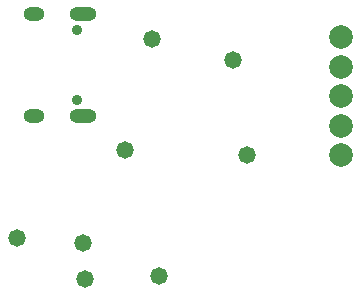
<source format=gbs>
G04*
G04 #@! TF.GenerationSoftware,Altium Limited,Altium Designer,22.0.2 (36)*
G04*
G04 Layer_Color=16711935*
%FSLAX25Y25*%
%MOIN*%
G70*
G04*
G04 #@! TF.SameCoordinates,01E328F9-A8C1-4934-924A-DB3E3AA3EC65*
G04*
G04*
G04 #@! TF.FilePolarity,Negative*
G04*
G01*
G75*
%ADD37C,0.07887*%
%ADD38C,0.03556*%
%ADD39O,0.07099X0.04737*%
%ADD40O,0.09068X0.04737*%
%ADD41C,0.05800*%
D37*
X113000Y72315D02*
D03*
Y82158D02*
D03*
Y92000D02*
D03*
Y101843D02*
D03*
Y111685D02*
D03*
D38*
X24841Y90768D02*
D03*
Y114233D02*
D03*
D39*
X10471Y85492D02*
D03*
Y119508D02*
D03*
D40*
X26928Y85492D02*
D03*
Y119508D02*
D03*
D41*
X5000Y44819D02*
D03*
X77000Y104000D02*
D03*
X50000Y111000D02*
D03*
X27000Y43000D02*
D03*
X81585Y72315D02*
D03*
X41000Y74200D02*
D03*
X27600Y31000D02*
D03*
X52200Y32000D02*
D03*
M02*

</source>
